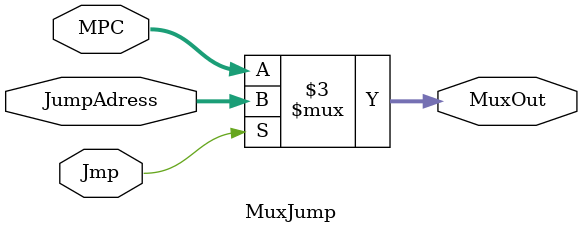
<source format=v>
module MuxJump (MPC, JumpAdress, Jmp, MuxOut);

	input [31:0] MPC, JumpAdress;
	input Jmp;
	output reg [31:0] MuxOut;
	
	always@(*)
		begin 
			if (Jmp)
				MuxOut = JumpAdress;
			else
				MuxOut = MPC;
		end
	
endmodule 
</source>
